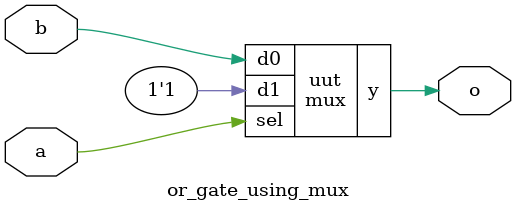
<source format=sv>

module mux
(
  input  d0, d1,
  input  sel,
  output y
);

  assign y = sel ? d1 : d0;

endmodule

//----------------------------------------------------------------------------
// Task
//----------------------------------------------------------------------------

module or_gate_using_mux
(
    input  a,
    input  b,
    output o
);

  // Task:

  // Implement or gate using instance(s) of mux,
  // constants 0 and 1, and wire connections


mux uut(
  .d0(b),
  .d1(1),
  .sel(a),
  .y(o)
);

endmodule

</source>
